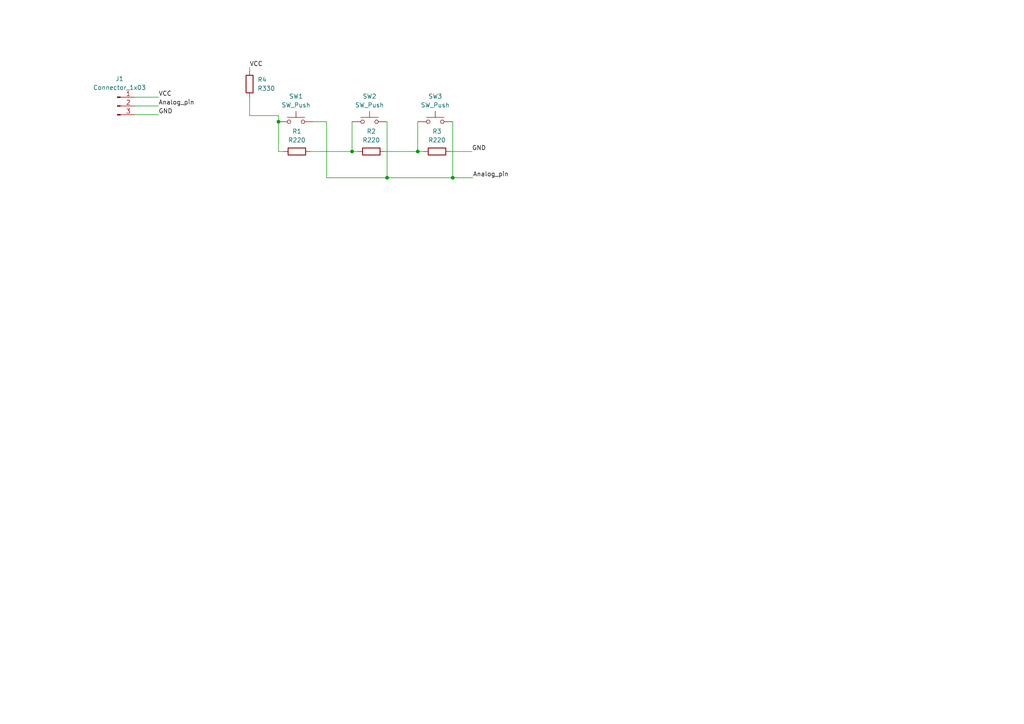
<source format=kicad_sch>
(kicad_sch (version 20230121) (generator eeschema)
  (paper "A4")
  (lib_symbols
    (symbol "Connector:Conn_01x03_Pin" (pin_names (offset 1.016) hide)
      (property "Reference" "J" (at 0 5.08 0))
      (property "Value" "Conn_01x03_Pin" (at 0 -5.08 0))
      (symbol "Conn_01x03_Pin_1_1"
        (polyline (pts (xy 1.27 -2.54) (xy 0.8636 -2.54)) (stroke (width 0.1524)))
        (polyline (pts (xy 1.27 0) (xy 0.8636 0)) (stroke (width 0.1524)))
        (polyline (pts (xy 1.27 2.54) (xy 0.8636 2.54)) (stroke (width 0.1524)))
        (rectangle (start 0.8636 -2.413) (end 0 -2.667) (stroke (width 0.1524)) (fill (type outline)))
        (rectangle (start 0.8636 0.127) (end 0 -0.127) (stroke (width 0.1524)) (fill (type outline)))
        (rectangle (start 0.8636 2.667) (end 0 2.413) (stroke (width 0.1524)) (fill (type outline)))
        (pin passive line (at 5.08 2.54 180) (length 3.81) (name "Pin_1") (number "1"))
        (pin passive line (at 5.08 0 180) (length 3.81) (name "Pin_2") (number "2"))
        (pin passive line (at 5.08 -2.54 180) (length 3.81) (name "Pin_3") (number "3"))
      )
    )
    (symbol "Device:R" (pin_numbers hide) (pin_names (offset 0))
      (property "Reference" "R" (at 2.032 0 90))
      (property "Value" "R" (at 0 0 90))
      (symbol "R_0_1"
        (rectangle (start -1.016 -2.54) (end 1.016 2.54) (stroke (width 0.254)))
      )
      (symbol "R_1_1"
        (pin passive line (at 0 3.81 270) (length 1.27) (name "~") (number "1"))
        (pin passive line (at 0 -3.81 90) (length 1.27) (name "~") (number "2"))
      )
    )
    (symbol "Switch:SW_Push" (pin_numbers hide) (pin_names (offset 1.016) hide)
      (property "Reference" "SW" (at 1.27 2.54 0))
      (property "Value" "SW_Push" (at 0 -1.524 0))
      (symbol "SW_Push_0_1"
        (circle (center -2.032 0) (radius 0.508))
        (polyline (pts (xy 0 1.27) (xy 0 3.048)))
        (polyline (pts (xy 2.54 1.27) (xy -2.54 1.27)))
        (circle (center 2.032 0) (radius 0.508))
        (pin passive line (at -5.08 0 0) (length 2.54) (name "1") (number "1"))
        (pin passive line (at 5.08 0 180) (length 2.54) (name "2") (number "2"))
      )
    )
  )
  (junction (at 102.108 43.942))
  (junction (at 131.318 51.562))
  (junction (at 121.158 43.942))
  (junction (at 80.772 35.306))
  (junction (at 112.268 51.562))
  (wire (pts (xy 94.742 35.306) (xy 90.932 35.306)))
  (wire (pts (xy 89.916 43.942) (xy 102.108 43.942)))
  (wire (pts (xy 121.158 35.306) (xy 121.158 43.942)))
  (wire (pts (xy 80.772 43.942) (xy 82.296 43.942)))
  (wire (pts (xy 72.39 33.528) (xy 80.772 33.528)))
  (wire (pts (xy 72.39 28.194) (xy 72.39 33.528)))
  (wire (pts (xy 131.318 35.306) (xy 131.318 51.562)))
  (wire (pts (xy 112.268 51.562) (xy 131.318 51.562)))
  (wire (pts (xy 102.108 35.306) (xy 102.108 43.942)))
  (wire (pts (xy 131.318 51.562) (xy 137.16 51.562)))
  (wire (pts (xy 39.116 33.274) (xy 45.974 33.274)))
  (wire (pts (xy 94.742 35.306) (xy 94.742 51.562)))
  (wire (pts (xy 94.742 51.562) (xy 112.268 51.562)))
  (wire (pts (xy 112.268 35.306) (xy 112.268 51.562)))
  (wire (pts (xy 72.39 19.558) (xy 72.39 20.574)))
  (wire (pts (xy 80.772 35.306) (xy 80.772 43.942)))
  (wire (pts (xy 39.116 28.194) (xy 45.974 28.194)))
  (wire (pts (xy 130.556 43.942) (xy 136.906 43.942)))
  (wire (pts (xy 111.506 43.942) (xy 121.158 43.942)))
  (wire (pts (xy 121.158 43.942) (xy 122.936 43.942)))
  (wire (pts (xy 39.116 30.734) (xy 45.974 30.734)))
  (wire (pts (xy 102.108 43.942) (xy 103.886 43.942)))
  (wire (pts (xy 80.772 33.528) (xy 80.772 35.306)))
  (label "VCC" (at 72.39 19.558 0))
  (label "VCC" (at 45.974 28.194 0))
  (label "GND" (at 136.906 43.942 0))
  (label "Analog_pin" (at 45.974 30.734 0))
  (label "GND" (at 45.974 33.274 0))
  (label "Analog_pin" (at 137.16 51.562 0))
  (symbol (lib_id "Connector:Conn_01x03_Pin") (at 34.036 30.734 0) (unit 1)
    (property "Reference" "J1" (at 34.671 22.86 0))
    (property "Value" "Connector_1x03" (at 34.671 25.4 0))
    (property "Footprint" "Connector_PinHeader_2.54mm:PinHeader_1x03_P2.54mm_Vertical" (effects hide))
  )
  (symbol (lib_id "Switch:SW_Push") (at 85.852 35.306 0) (unit 1)
    (property "Reference" "SW1" (at 85.852 27.94 0))
    (property "Value" "SW_Push" (at 85.852 30.48 0))
    (property "Footprint" "LED_THT:LED_D5.0mm" (effects hide))
  )
  (symbol (lib_id "Device:R") (at 72.39 24.384 180) (unit 1)
    (property "Reference" "R4" (at 74.676 23.114 0) (effects (justify right)))
    (property "Value" "R330" (at 74.676 25.654 0) (effects (justify right)))
    (property "Footprint" "Resistor_THT:R_Axial_DIN0207_L6.3mm_D2.5mm_P10.16mm_Horizontal" (effects hide))
  )
  (symbol (lib_id "Device:R") (at 126.746 43.942 90) (unit 1)
    (property "Reference" "R3" (at 126.746 38.1 90))
    (property "Value" "R220" (at 126.746 40.64 90))
    (property "Footprint" "Resistor_THT:R_Axial_DIN0207_L6.3mm_D2.5mm_P10.16mm_Horizontal" (effects hide))
  )
  (symbol (lib_id "Device:R") (at 86.106 43.942 90) (unit 1)
    (property "Reference" "R1" (at 86.106 38.1 90))
    (property "Value" "R220" (at 86.106 40.64 90))
    (property "Footprint" "Resistor_THT:R_Axial_DIN0207_L6.3mm_D2.5mm_P10.16mm_Horizontal" (effects hide))
  )
  (symbol (lib_id "Switch:SW_Push") (at 126.238 35.306 0) (unit 1)
    (property "Reference" "SW3" (at 126.238 27.94 0))
    (property "Value" "SW_Push" (at 126.238 30.48 0))
    (property "Footprint" "LED_THT:LED_D5.0mm" (effects hide))
  )
  (symbol (lib_id "Switch:SW_Push") (at 107.188 35.306 0) (unit 1)
    (property "Reference" "SW2" (at 107.188 27.94 0))
    (property "Value" "SW_Push" (at 107.188 30.48 0))
    (property "Footprint" "LED_THT:LED_D5.0mm" (effects hide))
  )
  (symbol (lib_id "Device:R") (at 107.696 43.942 90) (unit 1)
    (property "Reference" "R2" (at 107.696 38.1 90))
    (property "Value" "R220" (at 107.696 40.64 90))
    (property "Footprint" "Resistor_THT:R_Axial_DIN0207_L6.3mm_D2.5mm_P10.16mm_Horizontal" (effects hide))
  )
)
</source>
